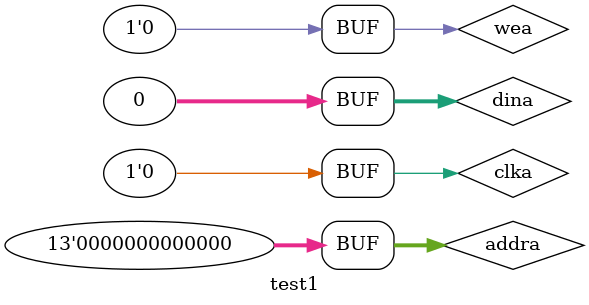
<source format=v>
`timescale 1ns / 1ps


module test1;

	// Inputs
	reg clka;
	reg [0:0] wea;
	reg [12:0] addra;
	reg [31:0] dina;

	// Outputs
	wire [31:0] douta;

	// Instantiate the Unit Under Test (UUT)
	InCache uut (
		.clka(clka), 
		.wea(wea), 
		.addra(addra), 
		.dina(dina), 
		.douta(douta)
	);

	initial begin
		// Initialize Inputs
		clka = 0;
		wea = 0;
		addra = 0;
		dina = 0;

		// Wait 100 ns for global reset to finish
		#100;
        
		// Add stimulus here

	end
      
endmodule


</source>
